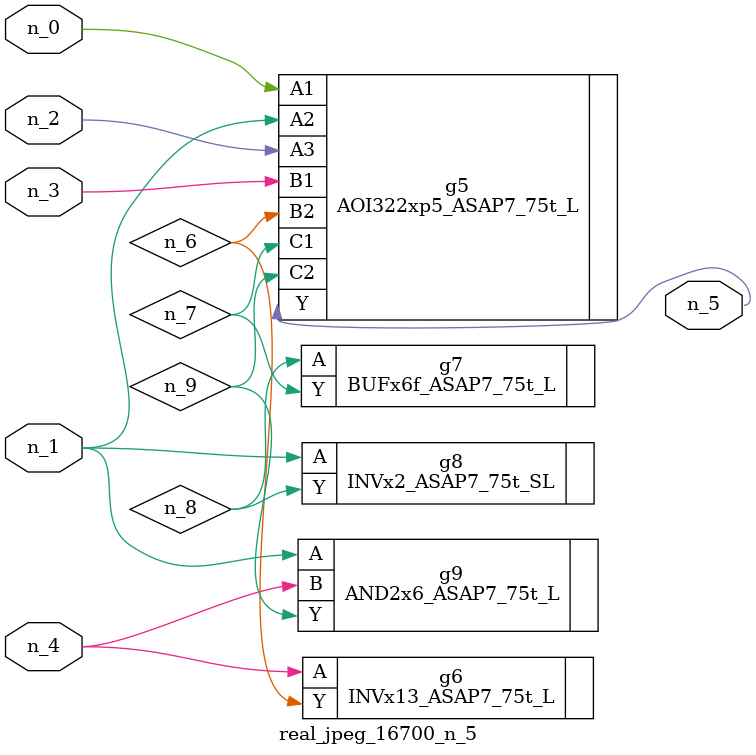
<source format=v>
module real_jpeg_16700_n_5 (n_4, n_0, n_1, n_2, n_3, n_5);

input n_4;
input n_0;
input n_1;
input n_2;
input n_3;

output n_5;

wire n_8;
wire n_6;
wire n_7;
wire n_9;

AOI322xp5_ASAP7_75t_L g5 ( 
.A1(n_0),
.A2(n_1),
.A3(n_2),
.B1(n_3),
.B2(n_6),
.C1(n_7),
.C2(n_9),
.Y(n_5)
);

INVx2_ASAP7_75t_SL g8 ( 
.A(n_1),
.Y(n_8)
);

AND2x6_ASAP7_75t_L g9 ( 
.A(n_1),
.B(n_4),
.Y(n_9)
);

INVx13_ASAP7_75t_L g6 ( 
.A(n_4),
.Y(n_6)
);

BUFx6f_ASAP7_75t_L g7 ( 
.A(n_8),
.Y(n_7)
);


endmodule
</source>
